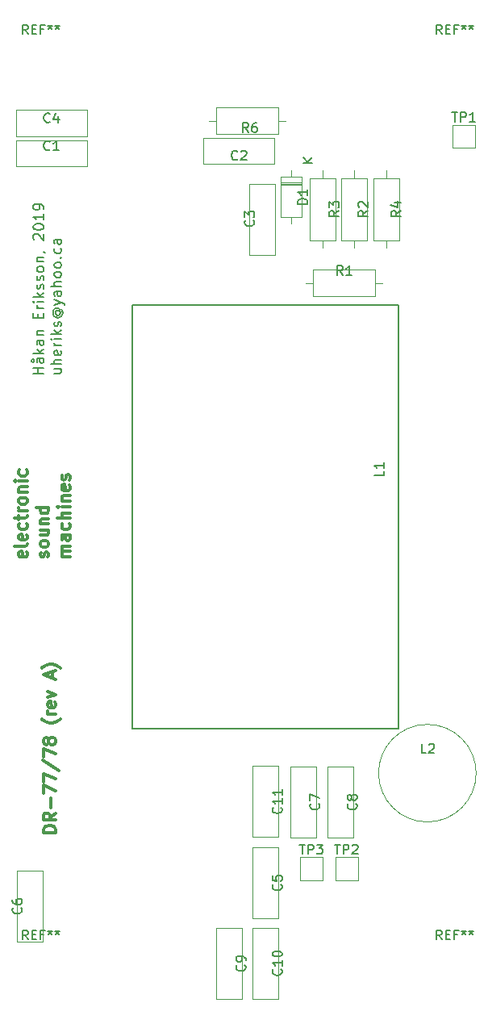
<source format=gto>
G04 #@! TF.GenerationSoftware,KiCad,Pcbnew,(5.0.0-3-g5ebb6b6)*
G04 #@! TF.CreationDate,2019-04-25T18:54:20+02:00*
G04 #@! TF.ProjectId,minidrum-77,6D696E696472756D2D37372E6B696361,rev?*
G04 #@! TF.SameCoordinates,Original*
G04 #@! TF.FileFunction,Legend,Top*
G04 #@! TF.FilePolarity,Positive*
%FSLAX46Y46*%
G04 Gerber Fmt 4.6, Leading zero omitted, Abs format (unit mm)*
G04 Created by KiCad (PCBNEW (5.0.0-3-g5ebb6b6)) date Thursday 25 April 2019 18:54:20*
%MOMM*%
%LPD*%
G01*
G04 APERTURE LIST*
%ADD10C,0.200000*%
%ADD11C,0.300000*%
%ADD12C,0.150000*%
%ADD13C,0.120000*%
G04 APERTURE END LIST*
D10*
X125556619Y-88254095D02*
X124456619Y-88254095D01*
X124980428Y-88254095D02*
X124980428Y-87625523D01*
X125556619Y-87625523D02*
X124456619Y-87625523D01*
X125556619Y-86630285D02*
X124980428Y-86630285D01*
X124875666Y-86682666D01*
X124823285Y-86787428D01*
X124823285Y-86996952D01*
X124875666Y-87101714D01*
X125504238Y-86630285D02*
X125556619Y-86735047D01*
X125556619Y-86996952D01*
X125504238Y-87101714D01*
X125399476Y-87154095D01*
X125294714Y-87154095D01*
X125189952Y-87101714D01*
X125137571Y-86996952D01*
X125137571Y-86735047D01*
X125085190Y-86630285D01*
X124561380Y-86892190D02*
X124509000Y-86996952D01*
X124404238Y-87049333D01*
X124299476Y-86996952D01*
X124247095Y-86892190D01*
X124299476Y-86787428D01*
X124404238Y-86735047D01*
X124509000Y-86787428D01*
X124561380Y-86892190D01*
X125556619Y-86106476D02*
X124456619Y-86106476D01*
X125137571Y-86001714D02*
X125556619Y-85687428D01*
X124823285Y-85687428D02*
X125242333Y-86106476D01*
X125556619Y-84744571D02*
X124980428Y-84744571D01*
X124875666Y-84796952D01*
X124823285Y-84901714D01*
X124823285Y-85111238D01*
X124875666Y-85216000D01*
X125504238Y-84744571D02*
X125556619Y-84849333D01*
X125556619Y-85111238D01*
X125504238Y-85216000D01*
X125399476Y-85268380D01*
X125294714Y-85268380D01*
X125189952Y-85216000D01*
X125137571Y-85111238D01*
X125137571Y-84849333D01*
X125085190Y-84744571D01*
X124823285Y-84220761D02*
X125556619Y-84220761D01*
X124928047Y-84220761D02*
X124875666Y-84168380D01*
X124823285Y-84063619D01*
X124823285Y-83906476D01*
X124875666Y-83801714D01*
X124980428Y-83749333D01*
X125556619Y-83749333D01*
X124980428Y-82387428D02*
X124980428Y-82020761D01*
X125556619Y-81863619D02*
X125556619Y-82387428D01*
X124456619Y-82387428D01*
X124456619Y-81863619D01*
X125556619Y-81392190D02*
X124823285Y-81392190D01*
X125032809Y-81392190D02*
X124928047Y-81339809D01*
X124875666Y-81287428D01*
X124823285Y-81182666D01*
X124823285Y-81077904D01*
X125556619Y-80711238D02*
X124823285Y-80711238D01*
X124456619Y-80711238D02*
X124509000Y-80763619D01*
X124561380Y-80711238D01*
X124509000Y-80658857D01*
X124456619Y-80711238D01*
X124561380Y-80711238D01*
X125556619Y-80187428D02*
X124456619Y-80187428D01*
X125137571Y-80082666D02*
X125556619Y-79768380D01*
X124823285Y-79768380D02*
X125242333Y-80187428D01*
X125504238Y-79349333D02*
X125556619Y-79244571D01*
X125556619Y-79035047D01*
X125504238Y-78930285D01*
X125399476Y-78877904D01*
X125347095Y-78877904D01*
X125242333Y-78930285D01*
X125189952Y-79035047D01*
X125189952Y-79192190D01*
X125137571Y-79296952D01*
X125032809Y-79349333D01*
X124980428Y-79349333D01*
X124875666Y-79296952D01*
X124823285Y-79192190D01*
X124823285Y-79035047D01*
X124875666Y-78930285D01*
X125504238Y-78458857D02*
X125556619Y-78354095D01*
X125556619Y-78144571D01*
X125504238Y-78039809D01*
X125399476Y-77987428D01*
X125347095Y-77987428D01*
X125242333Y-78039809D01*
X125189952Y-78144571D01*
X125189952Y-78301714D01*
X125137571Y-78406476D01*
X125032809Y-78458857D01*
X124980428Y-78458857D01*
X124875666Y-78406476D01*
X124823285Y-78301714D01*
X124823285Y-78144571D01*
X124875666Y-78039809D01*
X125556619Y-77358857D02*
X125504238Y-77463619D01*
X125451857Y-77516000D01*
X125347095Y-77568380D01*
X125032809Y-77568380D01*
X124928047Y-77516000D01*
X124875666Y-77463619D01*
X124823285Y-77358857D01*
X124823285Y-77201714D01*
X124875666Y-77096952D01*
X124928047Y-77044571D01*
X125032809Y-76992190D01*
X125347095Y-76992190D01*
X125451857Y-77044571D01*
X125504238Y-77096952D01*
X125556619Y-77201714D01*
X125556619Y-77358857D01*
X124823285Y-76520761D02*
X125556619Y-76520761D01*
X124928047Y-76520761D02*
X124875666Y-76468380D01*
X124823285Y-76363619D01*
X124823285Y-76206476D01*
X124875666Y-76101714D01*
X124980428Y-76049333D01*
X125556619Y-76049333D01*
X125504238Y-75473142D02*
X125556619Y-75473142D01*
X125661380Y-75525523D01*
X125713761Y-75577904D01*
X124561380Y-74216000D02*
X124509000Y-74163619D01*
X124456619Y-74058857D01*
X124456619Y-73796952D01*
X124509000Y-73692190D01*
X124561380Y-73639809D01*
X124666142Y-73587428D01*
X124770904Y-73587428D01*
X124928047Y-73639809D01*
X125556619Y-74268380D01*
X125556619Y-73587428D01*
X124456619Y-72906476D02*
X124456619Y-72801714D01*
X124509000Y-72696952D01*
X124561380Y-72644571D01*
X124666142Y-72592190D01*
X124875666Y-72539809D01*
X125137571Y-72539809D01*
X125347095Y-72592190D01*
X125451857Y-72644571D01*
X125504238Y-72696952D01*
X125556619Y-72801714D01*
X125556619Y-72906476D01*
X125504238Y-73011238D01*
X125451857Y-73063619D01*
X125347095Y-73116000D01*
X125137571Y-73168380D01*
X124875666Y-73168380D01*
X124666142Y-73116000D01*
X124561380Y-73063619D01*
X124509000Y-73011238D01*
X124456619Y-72906476D01*
X125556619Y-71492190D02*
X125556619Y-72120761D01*
X125556619Y-71806476D02*
X124456619Y-71806476D01*
X124613761Y-71911238D01*
X124718523Y-72016000D01*
X124770904Y-72120761D01*
X125556619Y-70968380D02*
X125556619Y-70758857D01*
X125504238Y-70654095D01*
X125451857Y-70601714D01*
X125294714Y-70496952D01*
X125085190Y-70444571D01*
X124666142Y-70444571D01*
X124561380Y-70496952D01*
X124509000Y-70549333D01*
X124456619Y-70654095D01*
X124456619Y-70863619D01*
X124509000Y-70968380D01*
X124561380Y-71020761D01*
X124666142Y-71073142D01*
X124928047Y-71073142D01*
X125032809Y-71020761D01*
X125085190Y-70968380D01*
X125137571Y-70863619D01*
X125137571Y-70654095D01*
X125085190Y-70549333D01*
X125032809Y-70496952D01*
X124928047Y-70444571D01*
X126673285Y-87782666D02*
X127406619Y-87782666D01*
X126673285Y-88254095D02*
X127249476Y-88254095D01*
X127354238Y-88201714D01*
X127406619Y-88096952D01*
X127406619Y-87939809D01*
X127354238Y-87835047D01*
X127301857Y-87782666D01*
X127406619Y-87258857D02*
X126306619Y-87258857D01*
X127406619Y-86787428D02*
X126830428Y-86787428D01*
X126725666Y-86839809D01*
X126673285Y-86944571D01*
X126673285Y-87101714D01*
X126725666Y-87206476D01*
X126778047Y-87258857D01*
X127354238Y-85844571D02*
X127406619Y-85949333D01*
X127406619Y-86158857D01*
X127354238Y-86263619D01*
X127249476Y-86316000D01*
X126830428Y-86316000D01*
X126725666Y-86263619D01*
X126673285Y-86158857D01*
X126673285Y-85949333D01*
X126725666Y-85844571D01*
X126830428Y-85792190D01*
X126935190Y-85792190D01*
X127039952Y-86316000D01*
X127406619Y-85320761D02*
X126673285Y-85320761D01*
X126882809Y-85320761D02*
X126778047Y-85268380D01*
X126725666Y-85216000D01*
X126673285Y-85111238D01*
X126673285Y-85006476D01*
X127406619Y-84639809D02*
X126673285Y-84639809D01*
X126306619Y-84639809D02*
X126359000Y-84692190D01*
X126411380Y-84639809D01*
X126359000Y-84587428D01*
X126306619Y-84639809D01*
X126411380Y-84639809D01*
X127406619Y-84116000D02*
X126306619Y-84116000D01*
X126987571Y-84011238D02*
X127406619Y-83696952D01*
X126673285Y-83696952D02*
X127092333Y-84116000D01*
X127354238Y-83277904D02*
X127406619Y-83173142D01*
X127406619Y-82963619D01*
X127354238Y-82858857D01*
X127249476Y-82806476D01*
X127197095Y-82806476D01*
X127092333Y-82858857D01*
X127039952Y-82963619D01*
X127039952Y-83120761D01*
X126987571Y-83225523D01*
X126882809Y-83277904D01*
X126830428Y-83277904D01*
X126725666Y-83225523D01*
X126673285Y-83120761D01*
X126673285Y-82963619D01*
X126725666Y-82858857D01*
X126882809Y-81654095D02*
X126830428Y-81706476D01*
X126778047Y-81811238D01*
X126778047Y-81916000D01*
X126830428Y-82020761D01*
X126882809Y-82073142D01*
X126987571Y-82125523D01*
X127092333Y-82125523D01*
X127197095Y-82073142D01*
X127249476Y-82020761D01*
X127301857Y-81916000D01*
X127301857Y-81811238D01*
X127249476Y-81706476D01*
X127197095Y-81654095D01*
X126778047Y-81654095D02*
X127197095Y-81654095D01*
X127249476Y-81601714D01*
X127249476Y-81549333D01*
X127197095Y-81444571D01*
X127092333Y-81392190D01*
X126830428Y-81392190D01*
X126673285Y-81496952D01*
X126568523Y-81654095D01*
X126516142Y-81863619D01*
X126568523Y-82073142D01*
X126673285Y-82230285D01*
X126830428Y-82335047D01*
X127039952Y-82387428D01*
X127249476Y-82335047D01*
X127406619Y-82230285D01*
X127511380Y-82073142D01*
X127563761Y-81863619D01*
X127511380Y-81654095D01*
X127406619Y-81496952D01*
X126673285Y-81025523D02*
X127406619Y-80763619D01*
X126673285Y-80501714D02*
X127406619Y-80763619D01*
X127668523Y-80868380D01*
X127720904Y-80920761D01*
X127773285Y-81025523D01*
X127406619Y-79611238D02*
X126830428Y-79611238D01*
X126725666Y-79663619D01*
X126673285Y-79768380D01*
X126673285Y-79977904D01*
X126725666Y-80082666D01*
X127354238Y-79611238D02*
X127406619Y-79716000D01*
X127406619Y-79977904D01*
X127354238Y-80082666D01*
X127249476Y-80135047D01*
X127144714Y-80135047D01*
X127039952Y-80082666D01*
X126987571Y-79977904D01*
X126987571Y-79716000D01*
X126935190Y-79611238D01*
X127406619Y-79087428D02*
X126306619Y-79087428D01*
X127406619Y-78616000D02*
X126830428Y-78616000D01*
X126725666Y-78668380D01*
X126673285Y-78773142D01*
X126673285Y-78930285D01*
X126725666Y-79035047D01*
X126778047Y-79087428D01*
X127406619Y-77935047D02*
X127354238Y-78039809D01*
X127301857Y-78092190D01*
X127197095Y-78144571D01*
X126882809Y-78144571D01*
X126778047Y-78092190D01*
X126725666Y-78039809D01*
X126673285Y-77935047D01*
X126673285Y-77777904D01*
X126725666Y-77673142D01*
X126778047Y-77620761D01*
X126882809Y-77568380D01*
X127197095Y-77568380D01*
X127301857Y-77620761D01*
X127354238Y-77673142D01*
X127406619Y-77777904D01*
X127406619Y-77935047D01*
X127406619Y-76939809D02*
X127354238Y-77044571D01*
X127301857Y-77096952D01*
X127197095Y-77149333D01*
X126882809Y-77149333D01*
X126778047Y-77096952D01*
X126725666Y-77044571D01*
X126673285Y-76939809D01*
X126673285Y-76782666D01*
X126725666Y-76677904D01*
X126778047Y-76625523D01*
X126882809Y-76573142D01*
X127197095Y-76573142D01*
X127301857Y-76625523D01*
X127354238Y-76677904D01*
X127406619Y-76782666D01*
X127406619Y-76939809D01*
X127301857Y-76101714D02*
X127354238Y-76049333D01*
X127406619Y-76101714D01*
X127354238Y-76154095D01*
X127301857Y-76101714D01*
X127406619Y-76101714D01*
X127354238Y-75106476D02*
X127406619Y-75211238D01*
X127406619Y-75420761D01*
X127354238Y-75525523D01*
X127301857Y-75577904D01*
X127197095Y-75630285D01*
X126882809Y-75630285D01*
X126778047Y-75577904D01*
X126725666Y-75525523D01*
X126673285Y-75420761D01*
X126673285Y-75211238D01*
X126725666Y-75106476D01*
X127406619Y-74163619D02*
X126830428Y-74163619D01*
X126725666Y-74216000D01*
X126673285Y-74320761D01*
X126673285Y-74530285D01*
X126725666Y-74635047D01*
X127354238Y-74163619D02*
X127406619Y-74268380D01*
X127406619Y-74530285D01*
X127354238Y-74635047D01*
X127249476Y-74687428D01*
X127144714Y-74687428D01*
X127039952Y-74635047D01*
X126987571Y-74530285D01*
X126987571Y-74268380D01*
X126935190Y-74163619D01*
D11*
X126826095Y-136401476D02*
X125526095Y-136401476D01*
X125526095Y-136091952D01*
X125588000Y-135906238D01*
X125711809Y-135782428D01*
X125835619Y-135720523D01*
X126083238Y-135658619D01*
X126268952Y-135658619D01*
X126516571Y-135720523D01*
X126640380Y-135782428D01*
X126764190Y-135906238D01*
X126826095Y-136091952D01*
X126826095Y-136401476D01*
X126826095Y-134358619D02*
X126207047Y-134791952D01*
X126826095Y-135101476D02*
X125526095Y-135101476D01*
X125526095Y-134606238D01*
X125588000Y-134482428D01*
X125649904Y-134420523D01*
X125773714Y-134358619D01*
X125959428Y-134358619D01*
X126083238Y-134420523D01*
X126145142Y-134482428D01*
X126207047Y-134606238D01*
X126207047Y-135101476D01*
X126330857Y-133801476D02*
X126330857Y-132811000D01*
X125526095Y-132315761D02*
X125526095Y-131449095D01*
X126826095Y-132006238D01*
X125526095Y-131077666D02*
X125526095Y-130211000D01*
X126826095Y-130768142D01*
X125464190Y-128787190D02*
X127135619Y-129901476D01*
X125526095Y-128477666D02*
X125526095Y-127611000D01*
X126826095Y-128168142D01*
X126083238Y-126930047D02*
X126021333Y-127053857D01*
X125959428Y-127115761D01*
X125835619Y-127177666D01*
X125773714Y-127177666D01*
X125649904Y-127115761D01*
X125588000Y-127053857D01*
X125526095Y-126930047D01*
X125526095Y-126682428D01*
X125588000Y-126558619D01*
X125649904Y-126496714D01*
X125773714Y-126434809D01*
X125835619Y-126434809D01*
X125959428Y-126496714D01*
X126021333Y-126558619D01*
X126083238Y-126682428D01*
X126083238Y-126930047D01*
X126145142Y-127053857D01*
X126207047Y-127115761D01*
X126330857Y-127177666D01*
X126578476Y-127177666D01*
X126702285Y-127115761D01*
X126764190Y-127053857D01*
X126826095Y-126930047D01*
X126826095Y-126682428D01*
X126764190Y-126558619D01*
X126702285Y-126496714D01*
X126578476Y-126434809D01*
X126330857Y-126434809D01*
X126207047Y-126496714D01*
X126145142Y-126558619D01*
X126083238Y-126682428D01*
X127321333Y-124515761D02*
X127259428Y-124577666D01*
X127073714Y-124701476D01*
X126949904Y-124763380D01*
X126764190Y-124825285D01*
X126454666Y-124887190D01*
X126207047Y-124887190D01*
X125897523Y-124825285D01*
X125711809Y-124763380D01*
X125588000Y-124701476D01*
X125402285Y-124577666D01*
X125340380Y-124515761D01*
X126826095Y-124020523D02*
X125959428Y-124020523D01*
X126207047Y-124020523D02*
X126083238Y-123958619D01*
X126021333Y-123896714D01*
X125959428Y-123772904D01*
X125959428Y-123649095D01*
X126764190Y-122720523D02*
X126826095Y-122844333D01*
X126826095Y-123091952D01*
X126764190Y-123215761D01*
X126640380Y-123277666D01*
X126145142Y-123277666D01*
X126021333Y-123215761D01*
X125959428Y-123091952D01*
X125959428Y-122844333D01*
X126021333Y-122720523D01*
X126145142Y-122658619D01*
X126268952Y-122658619D01*
X126392761Y-123277666D01*
X125959428Y-122225285D02*
X126826095Y-121915761D01*
X125959428Y-121606238D01*
X126454666Y-120182428D02*
X126454666Y-119563380D01*
X126826095Y-120306238D02*
X125526095Y-119872904D01*
X126826095Y-119439571D01*
X127321333Y-119130047D02*
X127259428Y-119068142D01*
X127073714Y-118944333D01*
X126949904Y-118882428D01*
X126764190Y-118820523D01*
X126454666Y-118758619D01*
X126207047Y-118758619D01*
X125897523Y-118820523D01*
X125711809Y-118882428D01*
X125588000Y-118944333D01*
X125402285Y-119068142D01*
X125340380Y-119130047D01*
X123752190Y-106950238D02*
X123814095Y-107074047D01*
X123814095Y-107321666D01*
X123752190Y-107445476D01*
X123628380Y-107507380D01*
X123133142Y-107507380D01*
X123009333Y-107445476D01*
X122947428Y-107321666D01*
X122947428Y-107074047D01*
X123009333Y-106950238D01*
X123133142Y-106888333D01*
X123256952Y-106888333D01*
X123380761Y-107507380D01*
X123814095Y-106145476D02*
X123752190Y-106269285D01*
X123628380Y-106331190D01*
X122514095Y-106331190D01*
X123752190Y-105155000D02*
X123814095Y-105278809D01*
X123814095Y-105526428D01*
X123752190Y-105650238D01*
X123628380Y-105712142D01*
X123133142Y-105712142D01*
X123009333Y-105650238D01*
X122947428Y-105526428D01*
X122947428Y-105278809D01*
X123009333Y-105155000D01*
X123133142Y-105093095D01*
X123256952Y-105093095D01*
X123380761Y-105712142D01*
X123752190Y-103978809D02*
X123814095Y-104102619D01*
X123814095Y-104350238D01*
X123752190Y-104474047D01*
X123690285Y-104535952D01*
X123566476Y-104597857D01*
X123195047Y-104597857D01*
X123071238Y-104535952D01*
X123009333Y-104474047D01*
X122947428Y-104350238D01*
X122947428Y-104102619D01*
X123009333Y-103978809D01*
X122947428Y-103607380D02*
X122947428Y-103112142D01*
X122514095Y-103421666D02*
X123628380Y-103421666D01*
X123752190Y-103359761D01*
X123814095Y-103235952D01*
X123814095Y-103112142D01*
X123814095Y-102678809D02*
X122947428Y-102678809D01*
X123195047Y-102678809D02*
X123071238Y-102616904D01*
X123009333Y-102555000D01*
X122947428Y-102431190D01*
X122947428Y-102307380D01*
X123814095Y-101688333D02*
X123752190Y-101812142D01*
X123690285Y-101874047D01*
X123566476Y-101935952D01*
X123195047Y-101935952D01*
X123071238Y-101874047D01*
X123009333Y-101812142D01*
X122947428Y-101688333D01*
X122947428Y-101502619D01*
X123009333Y-101378809D01*
X123071238Y-101316904D01*
X123195047Y-101255000D01*
X123566476Y-101255000D01*
X123690285Y-101316904D01*
X123752190Y-101378809D01*
X123814095Y-101502619D01*
X123814095Y-101688333D01*
X122947428Y-100697857D02*
X123814095Y-100697857D01*
X123071238Y-100697857D02*
X123009333Y-100635952D01*
X122947428Y-100512142D01*
X122947428Y-100326428D01*
X123009333Y-100202619D01*
X123133142Y-100140714D01*
X123814095Y-100140714D01*
X123814095Y-99521666D02*
X122947428Y-99521666D01*
X122514095Y-99521666D02*
X122576000Y-99583571D01*
X122637904Y-99521666D01*
X122576000Y-99459761D01*
X122514095Y-99521666D01*
X122637904Y-99521666D01*
X123752190Y-98345476D02*
X123814095Y-98469285D01*
X123814095Y-98716904D01*
X123752190Y-98840714D01*
X123690285Y-98902619D01*
X123566476Y-98964523D01*
X123195047Y-98964523D01*
X123071238Y-98902619D01*
X123009333Y-98840714D01*
X122947428Y-98716904D01*
X122947428Y-98469285D01*
X123009333Y-98345476D01*
X126002190Y-107507380D02*
X126064095Y-107383571D01*
X126064095Y-107135952D01*
X126002190Y-107012142D01*
X125878380Y-106950238D01*
X125816476Y-106950238D01*
X125692666Y-107012142D01*
X125630761Y-107135952D01*
X125630761Y-107321666D01*
X125568857Y-107445476D01*
X125445047Y-107507380D01*
X125383142Y-107507380D01*
X125259333Y-107445476D01*
X125197428Y-107321666D01*
X125197428Y-107135952D01*
X125259333Y-107012142D01*
X126064095Y-106207380D02*
X126002190Y-106331190D01*
X125940285Y-106393095D01*
X125816476Y-106455000D01*
X125445047Y-106455000D01*
X125321238Y-106393095D01*
X125259333Y-106331190D01*
X125197428Y-106207380D01*
X125197428Y-106021666D01*
X125259333Y-105897857D01*
X125321238Y-105835952D01*
X125445047Y-105774047D01*
X125816476Y-105774047D01*
X125940285Y-105835952D01*
X126002190Y-105897857D01*
X126064095Y-106021666D01*
X126064095Y-106207380D01*
X125197428Y-104659761D02*
X126064095Y-104659761D01*
X125197428Y-105216904D02*
X125878380Y-105216904D01*
X126002190Y-105155000D01*
X126064095Y-105031190D01*
X126064095Y-104845476D01*
X126002190Y-104721666D01*
X125940285Y-104659761D01*
X125197428Y-104040714D02*
X126064095Y-104040714D01*
X125321238Y-104040714D02*
X125259333Y-103978809D01*
X125197428Y-103855000D01*
X125197428Y-103669285D01*
X125259333Y-103545476D01*
X125383142Y-103483571D01*
X126064095Y-103483571D01*
X126064095Y-102307380D02*
X124764095Y-102307380D01*
X126002190Y-102307380D02*
X126064095Y-102431190D01*
X126064095Y-102678809D01*
X126002190Y-102802619D01*
X125940285Y-102864523D01*
X125816476Y-102926428D01*
X125445047Y-102926428D01*
X125321238Y-102864523D01*
X125259333Y-102802619D01*
X125197428Y-102678809D01*
X125197428Y-102431190D01*
X125259333Y-102307380D01*
X128314095Y-107445476D02*
X127447428Y-107445476D01*
X127571238Y-107445476D02*
X127509333Y-107383571D01*
X127447428Y-107259761D01*
X127447428Y-107074047D01*
X127509333Y-106950238D01*
X127633142Y-106888333D01*
X128314095Y-106888333D01*
X127633142Y-106888333D02*
X127509333Y-106826428D01*
X127447428Y-106702619D01*
X127447428Y-106516904D01*
X127509333Y-106393095D01*
X127633142Y-106331190D01*
X128314095Y-106331190D01*
X128314095Y-105155000D02*
X127633142Y-105155000D01*
X127509333Y-105216904D01*
X127447428Y-105340714D01*
X127447428Y-105588333D01*
X127509333Y-105712142D01*
X128252190Y-105155000D02*
X128314095Y-105278809D01*
X128314095Y-105588333D01*
X128252190Y-105712142D01*
X128128380Y-105774047D01*
X128004571Y-105774047D01*
X127880761Y-105712142D01*
X127818857Y-105588333D01*
X127818857Y-105278809D01*
X127756952Y-105155000D01*
X128252190Y-103978809D02*
X128314095Y-104102619D01*
X128314095Y-104350238D01*
X128252190Y-104474047D01*
X128190285Y-104535952D01*
X128066476Y-104597857D01*
X127695047Y-104597857D01*
X127571238Y-104535952D01*
X127509333Y-104474047D01*
X127447428Y-104350238D01*
X127447428Y-104102619D01*
X127509333Y-103978809D01*
X128314095Y-103421666D02*
X127014095Y-103421666D01*
X128314095Y-102864523D02*
X127633142Y-102864523D01*
X127509333Y-102926428D01*
X127447428Y-103050238D01*
X127447428Y-103235952D01*
X127509333Y-103359761D01*
X127571238Y-103421666D01*
X128314095Y-102245476D02*
X127447428Y-102245476D01*
X127014095Y-102245476D02*
X127076000Y-102307380D01*
X127137904Y-102245476D01*
X127076000Y-102183571D01*
X127014095Y-102245476D01*
X127137904Y-102245476D01*
X127447428Y-101626428D02*
X128314095Y-101626428D01*
X127571238Y-101626428D02*
X127509333Y-101564523D01*
X127447428Y-101440714D01*
X127447428Y-101255000D01*
X127509333Y-101131190D01*
X127633142Y-101069285D01*
X128314095Y-101069285D01*
X128252190Y-99955000D02*
X128314095Y-100078809D01*
X128314095Y-100326428D01*
X128252190Y-100450238D01*
X128128380Y-100512142D01*
X127633142Y-100512142D01*
X127509333Y-100450238D01*
X127447428Y-100326428D01*
X127447428Y-100078809D01*
X127509333Y-99955000D01*
X127633142Y-99893095D01*
X127756952Y-99893095D01*
X127880761Y-100512142D01*
X128252190Y-99397857D02*
X128314095Y-99274047D01*
X128314095Y-99026428D01*
X128252190Y-98902619D01*
X128128380Y-98840714D01*
X128066476Y-98840714D01*
X127942666Y-98902619D01*
X127880761Y-99026428D01*
X127880761Y-99212142D01*
X127818857Y-99335952D01*
X127695047Y-99397857D01*
X127633142Y-99397857D01*
X127509333Y-99335952D01*
X127447428Y-99212142D01*
X127447428Y-99026428D01*
X127509333Y-98902619D01*
D12*
G04 #@! TO.C,L1*
X162814000Y-81026000D02*
X162814000Y-112776000D01*
X150114000Y-81026000D02*
X162814000Y-81026000D01*
X134874000Y-112776000D02*
X134874000Y-81026000D01*
X150114000Y-125476000D02*
X162814000Y-125476000D01*
X134874000Y-125476000D02*
X134874000Y-112776000D01*
X134874000Y-81026000D02*
X150114000Y-81026000D01*
X162814000Y-112776000D02*
X162814000Y-125476000D01*
X150114000Y-125476000D02*
X134874000Y-125476000D01*
D13*
G04 #@! TO.C,R6*
X143669000Y-60352000D02*
X143669000Y-63092000D01*
X143669000Y-63092000D02*
X150209000Y-63092000D01*
X150209000Y-63092000D02*
X150209000Y-60352000D01*
X150209000Y-60352000D02*
X143669000Y-60352000D01*
X142899000Y-61722000D02*
X143669000Y-61722000D01*
X150979000Y-61722000D02*
X150209000Y-61722000D01*
G04 #@! TO.C,C3*
X147093000Y-68329000D02*
X149833000Y-68329000D01*
X147093000Y-75769000D02*
X149833000Y-75769000D01*
X149833000Y-75769000D02*
X149833000Y-68329000D01*
X147093000Y-75769000D02*
X147093000Y-68329000D01*
G04 #@! TO.C,C1*
X122685000Y-66521000D02*
X122685000Y-63781000D01*
X130125000Y-66521000D02*
X130125000Y-63781000D01*
X130125000Y-63781000D02*
X122685000Y-63781000D01*
X130125000Y-66521000D02*
X122685000Y-66521000D01*
G04 #@! TO.C,C2*
X142290000Y-63527000D02*
X149730000Y-63527000D01*
X142290000Y-66267000D02*
X149730000Y-66267000D01*
X142290000Y-63527000D02*
X142290000Y-66267000D01*
X149730000Y-63527000D02*
X149730000Y-66267000D01*
G04 #@! TO.C,C4*
X130125000Y-63346000D02*
X122685000Y-63346000D01*
X130125000Y-60606000D02*
X122685000Y-60606000D01*
X130125000Y-63346000D02*
X130125000Y-60606000D01*
X122685000Y-63346000D02*
X122685000Y-60606000D01*
G04 #@! TO.C,C5*
X150214000Y-145412000D02*
X147474000Y-145412000D01*
X150214000Y-137972000D02*
X147474000Y-137972000D01*
X147474000Y-137972000D02*
X147474000Y-145412000D01*
X150214000Y-137972000D02*
X150214000Y-145412000D01*
G04 #@! TO.C,C6*
X125449000Y-140385000D02*
X125449000Y-147825000D01*
X122709000Y-140385000D02*
X122709000Y-147825000D01*
X125449000Y-140385000D02*
X122709000Y-140385000D01*
X125449000Y-147825000D02*
X122709000Y-147825000D01*
G04 #@! TO.C,C7*
X154151000Y-136903000D02*
X151411000Y-136903000D01*
X154151000Y-129463000D02*
X151411000Y-129463000D01*
X151411000Y-129463000D02*
X151411000Y-136903000D01*
X154151000Y-129463000D02*
X154151000Y-136903000D01*
G04 #@! TO.C,C8*
X158088000Y-136903000D02*
X155348000Y-136903000D01*
X158088000Y-129463000D02*
X155348000Y-129463000D01*
X155348000Y-129463000D02*
X155348000Y-136903000D01*
X158088000Y-129463000D02*
X158088000Y-136903000D01*
G04 #@! TO.C,C9*
X143664000Y-153874000D02*
X143664000Y-146434000D01*
X146404000Y-153874000D02*
X146404000Y-146434000D01*
X143664000Y-153874000D02*
X146404000Y-153874000D01*
X143664000Y-146434000D02*
X146404000Y-146434000D01*
G04 #@! TO.C,C10*
X147474000Y-153874000D02*
X147474000Y-146434000D01*
X150214000Y-153874000D02*
X150214000Y-146434000D01*
X147474000Y-153874000D02*
X150214000Y-153874000D01*
X147474000Y-146434000D02*
X150214000Y-146434000D01*
G04 #@! TO.C,D1*
X152631000Y-67603000D02*
X150391000Y-67603000D01*
X150391000Y-67603000D02*
X150391000Y-71843000D01*
X150391000Y-71843000D02*
X152631000Y-71843000D01*
X152631000Y-71843000D02*
X152631000Y-67603000D01*
X151511000Y-66953000D02*
X151511000Y-67603000D01*
X151511000Y-72493000D02*
X151511000Y-71843000D01*
X152631000Y-68323000D02*
X150391000Y-68323000D01*
X152631000Y-68443000D02*
X150391000Y-68443000D01*
X152631000Y-68203000D02*
X150391000Y-68203000D01*
G04 #@! TO.C,R1*
X153829000Y-77370000D02*
X153829000Y-80110000D01*
X153829000Y-80110000D02*
X160369000Y-80110000D01*
X160369000Y-80110000D02*
X160369000Y-77370000D01*
X160369000Y-77370000D02*
X153829000Y-77370000D01*
X153059000Y-78740000D02*
X153829000Y-78740000D01*
X161139000Y-78740000D02*
X160369000Y-78740000D01*
G04 #@! TO.C,R2*
X158115000Y-75033000D02*
X158115000Y-74263000D01*
X158115000Y-66953000D02*
X158115000Y-67723000D01*
X159485000Y-74263000D02*
X159485000Y-67723000D01*
X156745000Y-74263000D02*
X159485000Y-74263000D01*
X156745000Y-67723000D02*
X156745000Y-74263000D01*
X159485000Y-67723000D02*
X156745000Y-67723000D01*
G04 #@! TO.C,R3*
X153443000Y-74263000D02*
X156183000Y-74263000D01*
X156183000Y-74263000D02*
X156183000Y-67723000D01*
X156183000Y-67723000D02*
X153443000Y-67723000D01*
X153443000Y-67723000D02*
X153443000Y-74263000D01*
X154813000Y-75033000D02*
X154813000Y-74263000D01*
X154813000Y-66953000D02*
X154813000Y-67723000D01*
G04 #@! TO.C,R4*
X161544000Y-66953000D02*
X161544000Y-67723000D01*
X161544000Y-75033000D02*
X161544000Y-74263000D01*
X160174000Y-67723000D02*
X160174000Y-74263000D01*
X162914000Y-67723000D02*
X160174000Y-67723000D01*
X162914000Y-74263000D02*
X162914000Y-67723000D01*
X160174000Y-74263000D02*
X162914000Y-74263000D01*
G04 #@! TO.C,L2*
X170942000Y-130175000D02*
G75*
G03X170942000Y-130175000I-5120000J0D01*
G01*
G04 #@! TO.C,C11*
X147474000Y-136856000D02*
X147474000Y-129416000D01*
X150214000Y-136856000D02*
X150214000Y-129416000D01*
X147474000Y-136856000D02*
X150214000Y-136856000D01*
X147474000Y-129416000D02*
X150214000Y-129416000D01*
G04 #@! TO.C,TP1*
X168472000Y-62173000D02*
X170872000Y-62173000D01*
X170872000Y-62173000D02*
X170872000Y-64573000D01*
X170872000Y-64573000D02*
X168472000Y-64573000D01*
X168472000Y-64573000D02*
X168472000Y-62173000D01*
G04 #@! TO.C,TP2*
X156153000Y-139008000D02*
X158553000Y-139008000D01*
X158553000Y-139008000D02*
X158553000Y-141408000D01*
X158553000Y-141408000D02*
X156153000Y-141408000D01*
X156153000Y-141408000D02*
X156153000Y-139008000D01*
G04 #@! TO.C,TP3*
X152470000Y-141408000D02*
X152470000Y-139008000D01*
X154870000Y-141408000D02*
X152470000Y-141408000D01*
X154870000Y-139008000D02*
X154870000Y-141408000D01*
X152470000Y-139008000D02*
X154870000Y-139008000D01*
G04 #@! TO.C,L1*
D12*
X161234380Y-98464666D02*
X161234380Y-98940857D01*
X160234380Y-98940857D01*
X161234380Y-97607523D02*
X161234380Y-98178952D01*
X161234380Y-97893238D02*
X160234380Y-97893238D01*
X160377238Y-97988476D01*
X160472476Y-98083714D01*
X160520095Y-98178952D01*
G04 #@! TO.C,R6*
X147026333Y-62936380D02*
X146693000Y-62460190D01*
X146454904Y-62936380D02*
X146454904Y-61936380D01*
X146835857Y-61936380D01*
X146931095Y-61984000D01*
X146978714Y-62031619D01*
X147026333Y-62126857D01*
X147026333Y-62269714D01*
X146978714Y-62364952D01*
X146931095Y-62412571D01*
X146835857Y-62460190D01*
X146454904Y-62460190D01*
X147883476Y-61936380D02*
X147693000Y-61936380D01*
X147597761Y-61984000D01*
X147550142Y-62031619D01*
X147454904Y-62174476D01*
X147407285Y-62364952D01*
X147407285Y-62745904D01*
X147454904Y-62841142D01*
X147502523Y-62888761D01*
X147597761Y-62936380D01*
X147788238Y-62936380D01*
X147883476Y-62888761D01*
X147931095Y-62841142D01*
X147978714Y-62745904D01*
X147978714Y-62507809D01*
X147931095Y-62412571D01*
X147883476Y-62364952D01*
X147788238Y-62317333D01*
X147597761Y-62317333D01*
X147502523Y-62364952D01*
X147454904Y-62412571D01*
X147407285Y-62507809D01*
G04 #@! TO.C,REF\002A\002A*
X123888666Y-52640380D02*
X123555333Y-52164190D01*
X123317238Y-52640380D02*
X123317238Y-51640380D01*
X123698190Y-51640380D01*
X123793428Y-51688000D01*
X123841047Y-51735619D01*
X123888666Y-51830857D01*
X123888666Y-51973714D01*
X123841047Y-52068952D01*
X123793428Y-52116571D01*
X123698190Y-52164190D01*
X123317238Y-52164190D01*
X124317238Y-52116571D02*
X124650571Y-52116571D01*
X124793428Y-52640380D02*
X124317238Y-52640380D01*
X124317238Y-51640380D01*
X124793428Y-51640380D01*
X125555333Y-52116571D02*
X125222000Y-52116571D01*
X125222000Y-52640380D02*
X125222000Y-51640380D01*
X125698190Y-51640380D01*
X126222000Y-51640380D02*
X126222000Y-51878476D01*
X125983904Y-51783238D02*
X126222000Y-51878476D01*
X126460095Y-51783238D01*
X126079142Y-52068952D02*
X126222000Y-51878476D01*
X126364857Y-52068952D01*
X126983904Y-51640380D02*
X126983904Y-51878476D01*
X126745809Y-51783238D02*
X126983904Y-51878476D01*
X127222000Y-51783238D01*
X126841047Y-52068952D02*
X126983904Y-51878476D01*
X127126761Y-52068952D01*
X167322666Y-52640380D02*
X166989333Y-52164190D01*
X166751238Y-52640380D02*
X166751238Y-51640380D01*
X167132190Y-51640380D01*
X167227428Y-51688000D01*
X167275047Y-51735619D01*
X167322666Y-51830857D01*
X167322666Y-51973714D01*
X167275047Y-52068952D01*
X167227428Y-52116571D01*
X167132190Y-52164190D01*
X166751238Y-52164190D01*
X167751238Y-52116571D02*
X168084571Y-52116571D01*
X168227428Y-52640380D02*
X167751238Y-52640380D01*
X167751238Y-51640380D01*
X168227428Y-51640380D01*
X168989333Y-52116571D02*
X168656000Y-52116571D01*
X168656000Y-52640380D02*
X168656000Y-51640380D01*
X169132190Y-51640380D01*
X169656000Y-51640380D02*
X169656000Y-51878476D01*
X169417904Y-51783238D02*
X169656000Y-51878476D01*
X169894095Y-51783238D01*
X169513142Y-52068952D02*
X169656000Y-51878476D01*
X169798857Y-52068952D01*
X170417904Y-51640380D02*
X170417904Y-51878476D01*
X170179809Y-51783238D02*
X170417904Y-51878476D01*
X170656000Y-51783238D01*
X170275047Y-52068952D02*
X170417904Y-51878476D01*
X170560761Y-52068952D01*
X167322666Y-147636380D02*
X166989333Y-147160190D01*
X166751238Y-147636380D02*
X166751238Y-146636380D01*
X167132190Y-146636380D01*
X167227428Y-146684000D01*
X167275047Y-146731619D01*
X167322666Y-146826857D01*
X167322666Y-146969714D01*
X167275047Y-147064952D01*
X167227428Y-147112571D01*
X167132190Y-147160190D01*
X166751238Y-147160190D01*
X167751238Y-147112571D02*
X168084571Y-147112571D01*
X168227428Y-147636380D02*
X167751238Y-147636380D01*
X167751238Y-146636380D01*
X168227428Y-146636380D01*
X168989333Y-147112571D02*
X168656000Y-147112571D01*
X168656000Y-147636380D02*
X168656000Y-146636380D01*
X169132190Y-146636380D01*
X169656000Y-146636380D02*
X169656000Y-146874476D01*
X169417904Y-146779238D02*
X169656000Y-146874476D01*
X169894095Y-146779238D01*
X169513142Y-147064952D02*
X169656000Y-146874476D01*
X169798857Y-147064952D01*
X170417904Y-146636380D02*
X170417904Y-146874476D01*
X170179809Y-146779238D02*
X170417904Y-146874476D01*
X170656000Y-146779238D01*
X170275047Y-147064952D02*
X170417904Y-146874476D01*
X170560761Y-147064952D01*
G04 #@! TO.C,C3*
X147550142Y-72175666D02*
X147597761Y-72223285D01*
X147645380Y-72366142D01*
X147645380Y-72461380D01*
X147597761Y-72604238D01*
X147502523Y-72699476D01*
X147407285Y-72747095D01*
X147216809Y-72794714D01*
X147073952Y-72794714D01*
X146883476Y-72747095D01*
X146788238Y-72699476D01*
X146693000Y-72604238D01*
X146645380Y-72461380D01*
X146645380Y-72366142D01*
X146693000Y-72223285D01*
X146740619Y-72175666D01*
X146645380Y-71842333D02*
X146645380Y-71223285D01*
X147026333Y-71556619D01*
X147026333Y-71413761D01*
X147073952Y-71318523D01*
X147121571Y-71270904D01*
X147216809Y-71223285D01*
X147454904Y-71223285D01*
X147550142Y-71270904D01*
X147597761Y-71318523D01*
X147645380Y-71413761D01*
X147645380Y-71699476D01*
X147597761Y-71794714D01*
X147550142Y-71842333D01*
G04 #@! TO.C,C1*
X126198333Y-64746142D02*
X126150714Y-64793761D01*
X126007857Y-64841380D01*
X125912619Y-64841380D01*
X125769761Y-64793761D01*
X125674523Y-64698523D01*
X125626904Y-64603285D01*
X125579285Y-64412809D01*
X125579285Y-64269952D01*
X125626904Y-64079476D01*
X125674523Y-63984238D01*
X125769761Y-63889000D01*
X125912619Y-63841380D01*
X126007857Y-63841380D01*
X126150714Y-63889000D01*
X126198333Y-63936619D01*
X127150714Y-64841380D02*
X126579285Y-64841380D01*
X126865000Y-64841380D02*
X126865000Y-63841380D01*
X126769761Y-63984238D01*
X126674523Y-64079476D01*
X126579285Y-64127095D01*
G04 #@! TO.C,C2*
X145883333Y-65762142D02*
X145835714Y-65809761D01*
X145692857Y-65857380D01*
X145597619Y-65857380D01*
X145454761Y-65809761D01*
X145359523Y-65714523D01*
X145311904Y-65619285D01*
X145264285Y-65428809D01*
X145264285Y-65285952D01*
X145311904Y-65095476D01*
X145359523Y-65000238D01*
X145454761Y-64905000D01*
X145597619Y-64857380D01*
X145692857Y-64857380D01*
X145835714Y-64905000D01*
X145883333Y-64952619D01*
X146264285Y-64952619D02*
X146311904Y-64905000D01*
X146407142Y-64857380D01*
X146645238Y-64857380D01*
X146740476Y-64905000D01*
X146788095Y-64952619D01*
X146835714Y-65047857D01*
X146835714Y-65143095D01*
X146788095Y-65285952D01*
X146216666Y-65857380D01*
X146835714Y-65857380D01*
G04 #@! TO.C,C4*
X126198333Y-61825142D02*
X126150714Y-61872761D01*
X126007857Y-61920380D01*
X125912619Y-61920380D01*
X125769761Y-61872761D01*
X125674523Y-61777523D01*
X125626904Y-61682285D01*
X125579285Y-61491809D01*
X125579285Y-61348952D01*
X125626904Y-61158476D01*
X125674523Y-61063238D01*
X125769761Y-60968000D01*
X125912619Y-60920380D01*
X126007857Y-60920380D01*
X126150714Y-60968000D01*
X126198333Y-61015619D01*
X127055476Y-61253714D02*
X127055476Y-61920380D01*
X126817380Y-60872761D02*
X126579285Y-61587047D01*
X127198333Y-61587047D01*
G04 #@! TO.C,C5*
X150471142Y-141858666D02*
X150518761Y-141906285D01*
X150566380Y-142049142D01*
X150566380Y-142144380D01*
X150518761Y-142287238D01*
X150423523Y-142382476D01*
X150328285Y-142430095D01*
X150137809Y-142477714D01*
X149994952Y-142477714D01*
X149804476Y-142430095D01*
X149709238Y-142382476D01*
X149614000Y-142287238D01*
X149566380Y-142144380D01*
X149566380Y-142049142D01*
X149614000Y-141906285D01*
X149661619Y-141858666D01*
X149566380Y-140953904D02*
X149566380Y-141430095D01*
X150042571Y-141477714D01*
X149994952Y-141430095D01*
X149947333Y-141334857D01*
X149947333Y-141096761D01*
X149994952Y-141001523D01*
X150042571Y-140953904D01*
X150137809Y-140906285D01*
X150375904Y-140906285D01*
X150471142Y-140953904D01*
X150518761Y-141001523D01*
X150566380Y-141096761D01*
X150566380Y-141334857D01*
X150518761Y-141430095D01*
X150471142Y-141477714D01*
G04 #@! TO.C,C6*
X123166142Y-144311666D02*
X123213761Y-144359285D01*
X123261380Y-144502142D01*
X123261380Y-144597380D01*
X123213761Y-144740238D01*
X123118523Y-144835476D01*
X123023285Y-144883095D01*
X122832809Y-144930714D01*
X122689952Y-144930714D01*
X122499476Y-144883095D01*
X122404238Y-144835476D01*
X122309000Y-144740238D01*
X122261380Y-144597380D01*
X122261380Y-144502142D01*
X122309000Y-144359285D01*
X122356619Y-144311666D01*
X122261380Y-143454523D02*
X122261380Y-143645000D01*
X122309000Y-143740238D01*
X122356619Y-143787857D01*
X122499476Y-143883095D01*
X122689952Y-143930714D01*
X123070904Y-143930714D01*
X123166142Y-143883095D01*
X123213761Y-143835476D01*
X123261380Y-143740238D01*
X123261380Y-143549761D01*
X123213761Y-143454523D01*
X123166142Y-143406904D01*
X123070904Y-143359285D01*
X122832809Y-143359285D01*
X122737571Y-143406904D01*
X122689952Y-143454523D01*
X122642333Y-143549761D01*
X122642333Y-143740238D01*
X122689952Y-143835476D01*
X122737571Y-143883095D01*
X122832809Y-143930714D01*
G04 #@! TO.C,C7*
X154408142Y-133389666D02*
X154455761Y-133437285D01*
X154503380Y-133580142D01*
X154503380Y-133675380D01*
X154455761Y-133818238D01*
X154360523Y-133913476D01*
X154265285Y-133961095D01*
X154074809Y-134008714D01*
X153931952Y-134008714D01*
X153741476Y-133961095D01*
X153646238Y-133913476D01*
X153551000Y-133818238D01*
X153503380Y-133675380D01*
X153503380Y-133580142D01*
X153551000Y-133437285D01*
X153598619Y-133389666D01*
X153503380Y-133056333D02*
X153503380Y-132389666D01*
X154503380Y-132818238D01*
G04 #@! TO.C,C8*
X158345142Y-133389666D02*
X158392761Y-133437285D01*
X158440380Y-133580142D01*
X158440380Y-133675380D01*
X158392761Y-133818238D01*
X158297523Y-133913476D01*
X158202285Y-133961095D01*
X158011809Y-134008714D01*
X157868952Y-134008714D01*
X157678476Y-133961095D01*
X157583238Y-133913476D01*
X157488000Y-133818238D01*
X157440380Y-133675380D01*
X157440380Y-133580142D01*
X157488000Y-133437285D01*
X157535619Y-133389666D01*
X157868952Y-132818238D02*
X157821333Y-132913476D01*
X157773714Y-132961095D01*
X157678476Y-133008714D01*
X157630857Y-133008714D01*
X157535619Y-132961095D01*
X157488000Y-132913476D01*
X157440380Y-132818238D01*
X157440380Y-132627761D01*
X157488000Y-132532523D01*
X157535619Y-132484904D01*
X157630857Y-132437285D01*
X157678476Y-132437285D01*
X157773714Y-132484904D01*
X157821333Y-132532523D01*
X157868952Y-132627761D01*
X157868952Y-132818238D01*
X157916571Y-132913476D01*
X157964190Y-132961095D01*
X158059428Y-133008714D01*
X158249904Y-133008714D01*
X158345142Y-132961095D01*
X158392761Y-132913476D01*
X158440380Y-132818238D01*
X158440380Y-132627761D01*
X158392761Y-132532523D01*
X158345142Y-132484904D01*
X158249904Y-132437285D01*
X158059428Y-132437285D01*
X157964190Y-132484904D01*
X157916571Y-132532523D01*
X157868952Y-132627761D01*
G04 #@! TO.C,C9*
X146661142Y-150320666D02*
X146708761Y-150368285D01*
X146756380Y-150511142D01*
X146756380Y-150606380D01*
X146708761Y-150749238D01*
X146613523Y-150844476D01*
X146518285Y-150892095D01*
X146327809Y-150939714D01*
X146184952Y-150939714D01*
X145994476Y-150892095D01*
X145899238Y-150844476D01*
X145804000Y-150749238D01*
X145756380Y-150606380D01*
X145756380Y-150511142D01*
X145804000Y-150368285D01*
X145851619Y-150320666D01*
X146756380Y-149844476D02*
X146756380Y-149654000D01*
X146708761Y-149558761D01*
X146661142Y-149511142D01*
X146518285Y-149415904D01*
X146327809Y-149368285D01*
X145946857Y-149368285D01*
X145851619Y-149415904D01*
X145804000Y-149463523D01*
X145756380Y-149558761D01*
X145756380Y-149749238D01*
X145804000Y-149844476D01*
X145851619Y-149892095D01*
X145946857Y-149939714D01*
X146184952Y-149939714D01*
X146280190Y-149892095D01*
X146327809Y-149844476D01*
X146375428Y-149749238D01*
X146375428Y-149558761D01*
X146327809Y-149463523D01*
X146280190Y-149415904D01*
X146184952Y-149368285D01*
G04 #@! TO.C,C10*
X150471142Y-150756857D02*
X150518761Y-150804476D01*
X150566380Y-150947333D01*
X150566380Y-151042571D01*
X150518761Y-151185428D01*
X150423523Y-151280666D01*
X150328285Y-151328285D01*
X150137809Y-151375904D01*
X149994952Y-151375904D01*
X149804476Y-151328285D01*
X149709238Y-151280666D01*
X149614000Y-151185428D01*
X149566380Y-151042571D01*
X149566380Y-150947333D01*
X149614000Y-150804476D01*
X149661619Y-150756857D01*
X150566380Y-149804476D02*
X150566380Y-150375904D01*
X150566380Y-150090190D02*
X149566380Y-150090190D01*
X149709238Y-150185428D01*
X149804476Y-150280666D01*
X149852095Y-150375904D01*
X149566380Y-149185428D02*
X149566380Y-149090190D01*
X149614000Y-148994952D01*
X149661619Y-148947333D01*
X149756857Y-148899714D01*
X149947333Y-148852095D01*
X150185428Y-148852095D01*
X150375904Y-148899714D01*
X150471142Y-148947333D01*
X150518761Y-148994952D01*
X150566380Y-149090190D01*
X150566380Y-149185428D01*
X150518761Y-149280666D01*
X150471142Y-149328285D01*
X150375904Y-149375904D01*
X150185428Y-149423523D01*
X149947333Y-149423523D01*
X149756857Y-149375904D01*
X149661619Y-149328285D01*
X149614000Y-149280666D01*
X149566380Y-149185428D01*
G04 #@! TO.C,D1*
X153233380Y-70461095D02*
X152233380Y-70461095D01*
X152233380Y-70223000D01*
X152281000Y-70080142D01*
X152376238Y-69984904D01*
X152471476Y-69937285D01*
X152661952Y-69889666D01*
X152804809Y-69889666D01*
X152995285Y-69937285D01*
X153090523Y-69984904D01*
X153185761Y-70080142D01*
X153233380Y-70223000D01*
X153233380Y-70461095D01*
X153233380Y-68937285D02*
X153233380Y-69508714D01*
X153233380Y-69223000D02*
X152233380Y-69223000D01*
X152376238Y-69318238D01*
X152471476Y-69413476D01*
X152519095Y-69508714D01*
X153763380Y-66174904D02*
X152763380Y-66174904D01*
X153763380Y-65603476D02*
X153191952Y-66032047D01*
X152763380Y-65603476D02*
X153334809Y-66174904D01*
G04 #@! TO.C,R1*
X156932333Y-77922380D02*
X156599000Y-77446190D01*
X156360904Y-77922380D02*
X156360904Y-76922380D01*
X156741857Y-76922380D01*
X156837095Y-76970000D01*
X156884714Y-77017619D01*
X156932333Y-77112857D01*
X156932333Y-77255714D01*
X156884714Y-77350952D01*
X156837095Y-77398571D01*
X156741857Y-77446190D01*
X156360904Y-77446190D01*
X157884714Y-77922380D02*
X157313285Y-77922380D01*
X157599000Y-77922380D02*
X157599000Y-76922380D01*
X157503761Y-77065238D01*
X157408523Y-77160476D01*
X157313285Y-77208095D01*
G04 #@! TO.C,R2*
X159583380Y-71159666D02*
X159107190Y-71493000D01*
X159583380Y-71731095D02*
X158583380Y-71731095D01*
X158583380Y-71350142D01*
X158631000Y-71254904D01*
X158678619Y-71207285D01*
X158773857Y-71159666D01*
X158916714Y-71159666D01*
X159011952Y-71207285D01*
X159059571Y-71254904D01*
X159107190Y-71350142D01*
X159107190Y-71731095D01*
X158678619Y-70778714D02*
X158631000Y-70731095D01*
X158583380Y-70635857D01*
X158583380Y-70397761D01*
X158631000Y-70302523D01*
X158678619Y-70254904D01*
X158773857Y-70207285D01*
X158869095Y-70207285D01*
X159011952Y-70254904D01*
X159583380Y-70826333D01*
X159583380Y-70207285D01*
G04 #@! TO.C,R3*
X156535380Y-71159666D02*
X156059190Y-71493000D01*
X156535380Y-71731095D02*
X155535380Y-71731095D01*
X155535380Y-71350142D01*
X155583000Y-71254904D01*
X155630619Y-71207285D01*
X155725857Y-71159666D01*
X155868714Y-71159666D01*
X155963952Y-71207285D01*
X156011571Y-71254904D01*
X156059190Y-71350142D01*
X156059190Y-71731095D01*
X155535380Y-70826333D02*
X155535380Y-70207285D01*
X155916333Y-70540619D01*
X155916333Y-70397761D01*
X155963952Y-70302523D01*
X156011571Y-70254904D01*
X156106809Y-70207285D01*
X156344904Y-70207285D01*
X156440142Y-70254904D01*
X156487761Y-70302523D01*
X156535380Y-70397761D01*
X156535380Y-70683476D01*
X156487761Y-70778714D01*
X156440142Y-70826333D01*
G04 #@! TO.C,R4*
X163012380Y-71159666D02*
X162536190Y-71493000D01*
X163012380Y-71731095D02*
X162012380Y-71731095D01*
X162012380Y-71350142D01*
X162060000Y-71254904D01*
X162107619Y-71207285D01*
X162202857Y-71159666D01*
X162345714Y-71159666D01*
X162440952Y-71207285D01*
X162488571Y-71254904D01*
X162536190Y-71350142D01*
X162536190Y-71731095D01*
X162345714Y-70302523D02*
X163012380Y-70302523D01*
X161964761Y-70540619D02*
X162679047Y-70778714D01*
X162679047Y-70159666D01*
G04 #@! TO.C,L2*
X165695333Y-128087380D02*
X165219142Y-128087380D01*
X165219142Y-127087380D01*
X165981047Y-127182619D02*
X166028666Y-127135000D01*
X166123904Y-127087380D01*
X166362000Y-127087380D01*
X166457238Y-127135000D01*
X166504857Y-127182619D01*
X166552476Y-127277857D01*
X166552476Y-127373095D01*
X166504857Y-127515952D01*
X165933428Y-128087380D01*
X166552476Y-128087380D01*
G04 #@! TO.C,C11*
X150471142Y-133778857D02*
X150518761Y-133826476D01*
X150566380Y-133969333D01*
X150566380Y-134064571D01*
X150518761Y-134207428D01*
X150423523Y-134302666D01*
X150328285Y-134350285D01*
X150137809Y-134397904D01*
X149994952Y-134397904D01*
X149804476Y-134350285D01*
X149709238Y-134302666D01*
X149614000Y-134207428D01*
X149566380Y-134064571D01*
X149566380Y-133969333D01*
X149614000Y-133826476D01*
X149661619Y-133778857D01*
X150566380Y-132826476D02*
X150566380Y-133397904D01*
X150566380Y-133112190D02*
X149566380Y-133112190D01*
X149709238Y-133207428D01*
X149804476Y-133302666D01*
X149852095Y-133397904D01*
X150566380Y-131874095D02*
X150566380Y-132445523D01*
X150566380Y-132159809D02*
X149566380Y-132159809D01*
X149709238Y-132255047D01*
X149804476Y-132350285D01*
X149852095Y-132445523D01*
G04 #@! TO.C,TP1*
X168410095Y-60827380D02*
X168981523Y-60827380D01*
X168695809Y-61827380D02*
X168695809Y-60827380D01*
X169314857Y-61827380D02*
X169314857Y-60827380D01*
X169695809Y-60827380D01*
X169791047Y-60875000D01*
X169838666Y-60922619D01*
X169886285Y-61017857D01*
X169886285Y-61160714D01*
X169838666Y-61255952D01*
X169791047Y-61303571D01*
X169695809Y-61351190D01*
X169314857Y-61351190D01*
X170838666Y-61827380D02*
X170267238Y-61827380D01*
X170552952Y-61827380D02*
X170552952Y-60827380D01*
X170457714Y-60970238D01*
X170362476Y-61065476D01*
X170267238Y-61113095D01*
G04 #@! TO.C,TP2*
X156091095Y-137662380D02*
X156662523Y-137662380D01*
X156376809Y-138662380D02*
X156376809Y-137662380D01*
X156995857Y-138662380D02*
X156995857Y-137662380D01*
X157376809Y-137662380D01*
X157472047Y-137710000D01*
X157519666Y-137757619D01*
X157567285Y-137852857D01*
X157567285Y-137995714D01*
X157519666Y-138090952D01*
X157472047Y-138138571D01*
X157376809Y-138186190D01*
X156995857Y-138186190D01*
X157948238Y-137757619D02*
X157995857Y-137710000D01*
X158091095Y-137662380D01*
X158329190Y-137662380D01*
X158424428Y-137710000D01*
X158472047Y-137757619D01*
X158519666Y-137852857D01*
X158519666Y-137948095D01*
X158472047Y-138090952D01*
X157900619Y-138662380D01*
X158519666Y-138662380D01*
G04 #@! TO.C,TP3*
X152408095Y-137662380D02*
X152979523Y-137662380D01*
X152693809Y-138662380D02*
X152693809Y-137662380D01*
X153312857Y-138662380D02*
X153312857Y-137662380D01*
X153693809Y-137662380D01*
X153789047Y-137710000D01*
X153836666Y-137757619D01*
X153884285Y-137852857D01*
X153884285Y-137995714D01*
X153836666Y-138090952D01*
X153789047Y-138138571D01*
X153693809Y-138186190D01*
X153312857Y-138186190D01*
X154217619Y-137662380D02*
X154836666Y-137662380D01*
X154503333Y-138043333D01*
X154646190Y-138043333D01*
X154741428Y-138090952D01*
X154789047Y-138138571D01*
X154836666Y-138233809D01*
X154836666Y-138471904D01*
X154789047Y-138567142D01*
X154741428Y-138614761D01*
X154646190Y-138662380D01*
X154360476Y-138662380D01*
X154265238Y-138614761D01*
X154217619Y-138567142D01*
G04 #@! TO.C,REF\002A\002A*
X123888666Y-147636380D02*
X123555333Y-147160190D01*
X123317238Y-147636380D02*
X123317238Y-146636380D01*
X123698190Y-146636380D01*
X123793428Y-146684000D01*
X123841047Y-146731619D01*
X123888666Y-146826857D01*
X123888666Y-146969714D01*
X123841047Y-147064952D01*
X123793428Y-147112571D01*
X123698190Y-147160190D01*
X123317238Y-147160190D01*
X124317238Y-147112571D02*
X124650571Y-147112571D01*
X124793428Y-147636380D02*
X124317238Y-147636380D01*
X124317238Y-146636380D01*
X124793428Y-146636380D01*
X125555333Y-147112571D02*
X125222000Y-147112571D01*
X125222000Y-147636380D02*
X125222000Y-146636380D01*
X125698190Y-146636380D01*
X126222000Y-146636380D02*
X126222000Y-146874476D01*
X125983904Y-146779238D02*
X126222000Y-146874476D01*
X126460095Y-146779238D01*
X126079142Y-147064952D02*
X126222000Y-146874476D01*
X126364857Y-147064952D01*
X126983904Y-146636380D02*
X126983904Y-146874476D01*
X126745809Y-146779238D02*
X126983904Y-146874476D01*
X127222000Y-146779238D01*
X126841047Y-147064952D02*
X126983904Y-146874476D01*
X127126761Y-147064952D01*
G04 #@! TD*
M02*

</source>
